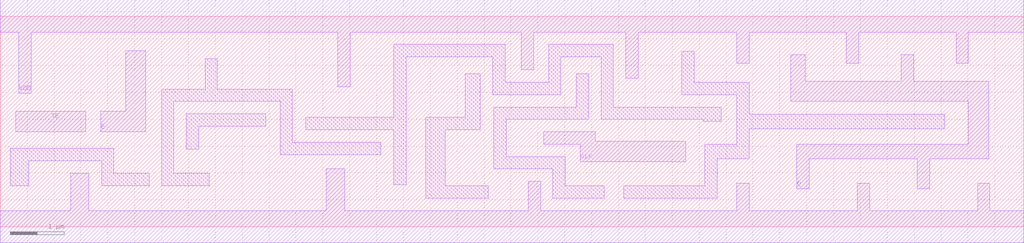
<source format=lef>
# Copyright 2022 GlobalFoundries PDK Authors
#
# Licensed under the Apache License, Version 2.0 (the "License");
# you may not use this file except in compliance with the License.
# You may obtain a copy of the License at
#
#      http://www.apache.org/licenses/LICENSE-2.0
#
# Unless required by applicable law or agreed to in writing, software
# distributed under the License is distributed on an "AS IS" BASIS,
# WITHOUT WARRANTIES OR CONDITIONS OF ANY KIND, either express or implied.
# See the License for the specific language governing permissions and
# limitations under the License.

MACRO gf180mcu_fd_sc_mcu7t5v0__icgtp_4
  CLASS core ;
  FOREIGN gf180mcu_fd_sc_mcu7t5v0__icgtp_4 0.0 0.0 ;
  ORIGIN 0 0 ;
  SYMMETRY X Y ;
  SITE GF018hv5v_mcu_sc7 ;
  SIZE 19.04 BY 3.92 ;
  PIN CLK
    DIRECTION INPUT ;
    USE clock ;
    ANTENNAGATEAREA 1.685 ;
    PORT
      LAYER Metal1 ;
        POLYGON 10.105 1.535 10.785 1.535 10.785 1.21 11.235 1.21 12.755 1.21 12.755 1.59 11.235 1.59 11.065 1.59 11.065 1.765 10.105 1.765  ;
    END
  END CLK
  PIN E
    DIRECTION INPUT ;
    ANTENNAGATEAREA 0.6995 ;
    PORT
      LAYER Metal1 ;
        POLYGON 1.865 1.77 2.71 1.77 2.71 3.27 2.33 3.27 2.33 2.15 1.865 2.15  ;
    END
  END E
  PIN TE
    DIRECTION INPUT ;
    ANTENNAGATEAREA 0.6995 ;
    PORT
      LAYER Metal1 ;
        POLYGON 0.29 1.77 1.59 1.77 1.59 2.15 0.29 2.15  ;
    END
  END TE
  PIN Q
    DIRECTION OUTPUT ;
    ANTENNADIFFAREA 1.924 ;
    PORT
      LAYER Metal1 ;
        POLYGON 14.7 2.33 17.57 2.33 18.01 2.33 18.01 1.535 14.82 1.535 14.82 0.705 15.05 0.705 15.05 1.265 17.06 1.265 17.06 0.705 17.29 0.705 17.29 1.265 18.39 1.265 18.39 2.71 17.57 2.71 16.99 2.71 16.99 3.195 16.76 3.195 16.76 2.71 14.975 2.71 14.975 3.195 14.7 3.195  ;
    END
  END Q
  PIN VDD
    DIRECTION INOUT ;
    USE power ;
    SHAPE ABUTMENT ;
    PORT
      LAYER Metal1 ;
        POLYGON 0 3.62 0.345 3.62 0.345 2.48 0.575 2.48 0.575 3.62 2.77 3.62 6.28 3.62 6.28 2.605 6.51 2.605 6.51 3.62 9.69 3.62 9.69 2.92 9.92 2.92 9.92 3.62 11.635 3.62 11.635 2.76 11.865 2.76 11.865 3.62 13.7 3.62 13.7 3.04 13.93 3.04 13.93 3.62 15.74 3.62 15.74 3.04 15.97 3.04 15.97 3.62 17.57 3.62 17.78 3.62 17.78 3.045 18.01 3.045 18.01 3.62 19.04 3.62 19.04 4.22 17.57 4.22 2.77 4.22 0 4.22  ;
    END
  END VDD
  PIN VSS
    DIRECTION INOUT ;
    USE ground ;
    SHAPE ABUTMENT ;
    PORT
      LAYER Metal1 ;
        POLYGON 0 -0.3 19.04 -0.3 19.04 0.3 18.41 0.3 18.41 0.805 18.18 0.805 18.18 0.3 16.17 0.3 16.17 0.805 15.94 0.805 15.94 0.3 13.93 0.3 13.93 0.805 13.7 0.805 13.7 0.3 10.05 0.3 10.05 0.845 9.82 0.845 9.82 0.3 6.405 0.3 6.405 1.075 6.065 1.075 6.065 0.3 1.65 0.3 1.65 0.995 1.31 0.995 1.31 0.3 0 0.3  ;
    END
  END VSS
  OBS
      LAYER Metal1 ;
        POLYGON 0.19 0.765 0.53 0.765 0.53 1.225 1.885 1.225 1.885 0.765 2.77 0.765 2.77 0.995 2.115 0.995 2.115 1.46 0.19 1.46  ;
        POLYGON 3.46 1.445 3.69 1.445 3.69 1.87 4.935 1.87 4.935 2.1 3.46 2.1  ;
        POLYGON 3.23 2.33 5.205 2.33 5.205 1.34 7.08 1.34 7.08 1.575 5.435 1.575 5.435 2.56 4.04 2.56 4.04 3.125 3.81 3.125 3.81 2.56 3 2.56 3 0.765 3.89 0.765 3.89 0.995 3.23 0.995  ;
        POLYGON 7.915 0.53 9.075 0.53 9.075 0.76 8.275 0.76 8.275 1.805 8.93 1.805 8.93 2.85 8.645 2.85 8.645 2.035 7.915 2.035  ;
        POLYGON 9.175 1.075 10.28 1.075 10.28 0.53 11.235 0.53 11.235 0.76 10.51 0.76 10.51 1.305 9.415 1.305 9.415 1.995 10.945 1.995 10.945 2.85 10.715 2.85 10.715 2.225 9.175 2.225  ;
        POLYGON 5.685 1.805 7.32 1.805 7.32 0.78 7.55 0.78 7.55 3.16 9.165 3.16 9.165 2.455 10.43 2.455 10.43 3.16 11.175 3.16 11.175 1.995 13.075 1.995 13.075 1.965 13.415 1.965 13.415 2.225 11.405 2.225 11.405 3.39 10.2 3.39 10.2 2.69 9.395 2.69 9.395 3.39 7.32 3.39 7.32 2.035 5.685 2.035  ;
        POLYGON 12.68 2.455 13.7 2.455 13.7 1.535 13.105 1.535 13.105 0.76 11.595 0.76 11.595 0.53 13.335 0.53 13.335 1.265 13.93 1.265 13.93 1.825 17.57 1.825 17.57 2.095 13.93 2.095 13.93 2.685 12.91 2.685 12.91 3.265 12.68 3.265  ;
  END
END gf180mcu_fd_sc_mcu7t5v0__icgtp_4

</source>
